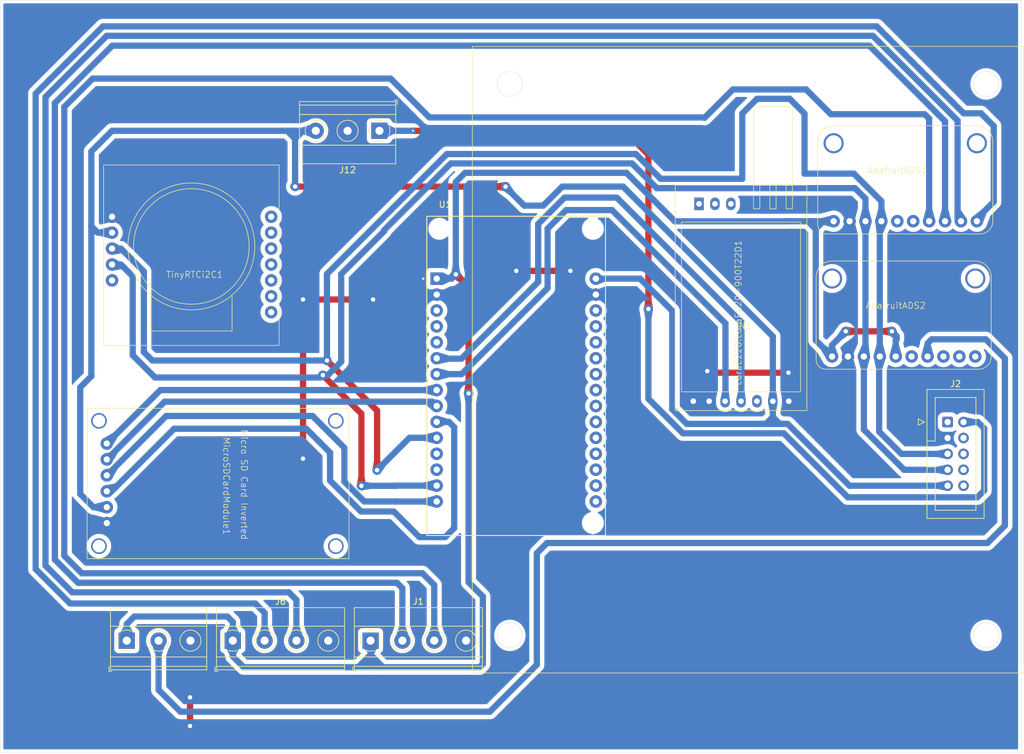
<source format=kicad_pcb>
(kicad_pcb (version 20241229) (generator "pcbnew") (generator_version "9.0")
  (layers (0 "F.Cu" signal) (2 "B.Cu" signal) (13 "F.Paste" user) (15 "B.Paste" user) (5 "F.SilkS" user "F.Silkscreen") (7 "B.SilkS" user "B.Silkscreen") (1 "F.Mask" user) (3 "B.Mask" user) (25 "Edge.Cuts" user))
  (net 0 "")
  (net 1 "Suspension 2")
  (net 2 "SCL")
  (net 3 "Suspension 4")
  (net 4 "Suspension 3")
  (net 5 "SDA")
  (net 6 "+3.3V")
  (net 7 "Suspension 1")
  (net 8 "Steering Angle")
  (net 9 "MISO")
  (net 10 "+5V")
  (net 11 "CS")
  (net 12 "SCk")
  (net 13 "MOSI")
  (net 28 "TXD")
  (net 29 "RXD")
  (net 34 "WheelSpeed 1")
  (net 35 "WheelSpeed 2")
  (net 36 "WheelSpeed 3")
  (net 37 "WheelSpeed 4")
  (net 38 "GND")
  (net 55 "+12")
  (footprint "imu_stackup:IMU_Stackup" (layer "F.Cu") (at 177.2738 81.4324)
    (property "Reference" "N1" (at 0 -0.5 0) (layer "F.SilkS") (effects (font (thickness 0.1))))
    (property "Value" "Housing")
    (fp_circle (center -37.581 -39.1288) (end -35.581 -39.1288) (stroke (width 0.05)) (fill no) (layer "Edge.Cuts"))
    (fp_circle (center -37.581 48.8822) (end -35.581 48.8822) (stroke (width 0.05)) (fill no) (layer "Edge.Cuts"))
    (fp_circle (center 38.4158 -39.1288) (end 40.4158 -39.1288) (stroke (width 0.05)) (fill no) (layer "Edge.Cuts"))
    (fp_circle (center 38.4158 48.8822) (end 40.0922 49.9744) (stroke (width 0.05)) (fill no) (layer "Edge.Cuts"))
  )
  (footprint "TerminalBlock_Phoenix:TerminalBlock_Phoenix_MKDS-1,5-4-5.08_1x04_P5.08mm_Horizontal" (layer "F.Cu") (at 95.47 131.15)
    (property "Reference" "J6" (at 7.62 -6.26 0) (layer "F.SilkS"))
    (property "Value" "Screw_Terminal_01x04")
    (pad "1" thru_hole rect (at 0 0) (size 2.6 2.6) (drill 1.3) (layers "*.Cu" "*.Mask") (net 6 "+3.3V"))
    (pad "2" thru_hole circle (at 5.08 0) (size 2.6 2.6) (drill 1.3) (layers "*.Cu" "*.Mask") (net 3 "Suspension 4"))
    (pad "3" thru_hole circle (at 10.16 0) (size 2.6 2.6) (drill 1.3) (layers "*.Cu" "*.Mask") (net 4 "Suspension 3"))
    (pad "4" thru_hole circle (at 15.24 0) (size 2.6 2.6) (drill 1.3) (layers "*.Cu" "*.Mask") (net 38 "GND"))
  )
  (footprint "Connector_IDC:IDC-Header_2x05_P2.54mm_Vertical" (layer "F.Cu") (at 209.55 96.266)
    (property "Reference" "J2" (at 1.27 -6.1 0) (layer "F.SilkS"))
    (property "Value" "Conn_02x05_Odd_Even")
    (pad "1" thru_hole roundrect (at 0 0) (size 1.7 1.7) (drill 1) (layers "*.Cu" "*.Mask") (roundrect_rratio 0.147059))
    (pad "2" thru_hole circle (at 2.54 0) (size 1.7 1.7) (drill 1) (layers "*.Cu" "*.Mask") (net 55 "+12"))
    (pad "3" thru_hole circle (at 0 2.54) (size 1.7 1.7) (drill 1) (layers "*.Cu" "*.Mask") (net 38 "GND"))
    (pad "4" thru_hole circle (at 2.54 2.54) (size 1.7 1.7) (drill 1) (layers "*.Cu" "*.Mask"))
    (pad "5" thru_hole circle (at 0 5.08) (size 1.7 1.7) (drill 1) (layers "*.Cu" "*.Mask") (net 5 "SDA"))
    (pad "6" thru_hole circle (at 2.54 5.08) (size 1.7 1.7) (drill 1) (layers "*.Cu" "*.Mask"))
    (pad "7" thru_hole circle (at 0 7.62) (size 1.7 1.7) (drill 1) (layers "*.Cu" "*.Mask") (net 2 "SCL"))
    (pad "8" thru_hole circle (at 2.54 7.62) (size 1.7 1.7) (drill 1) (layers "*.Cu" "*.Mask"))
    (pad "9" thru_hole circle (at 0 10.16) (size 1.7 1.7) (drill 1) (layers "*.Cu" "*.Mask") (net 10 "+5V"))
    (pad "10" thru_hole circle (at 2.54 10.16) (size 1.7 1.7) (drill 1) (layers "*.Cu" "*.Mask"))
  )
  (footprint "MicroSDCard Module:MicroSDCard Module Inverted" (layer "F.Cu") (at 72.114 94.07 180)
    (property "Reference" "MicroSDCardModule1" (at -22.35 -12.4 270) (layer "F.SilkS") (effects (font (thickness 0.1))))
    (property "Value" "MicroSDCardModule")
    (fp_text user "Micro SD Card Inverted" (at -24.6 -3.3 270) (layer "F.SilkS") (effects (font (thickness 0.1)) (justify left bottom)))
    (pad "1" thru_hole circle (at -3.25 -5.625 180) (size 2 2) (drill 1) (layers "*.Cu" "B.Mask") (net 11 "CS"))
    (pad "2" thru_hole circle (at -3.25 -8.165 180) (size 2 2) (drill 1) (layers "*.Cu" "B.Mask") (net 12 "SCk"))
    (pad "3" thru_hole circle (at -3.25 -10.705 180) (size 2 2) (drill 1) (layers "*.Cu" "B.Mask") (net 13 "MOSI"))
    (pad "4" thru_hole circle (at -3.25 -13.245 180) (size 2 2) (drill 1) (layers "*.Cu" "B.Mask") (net 9 "MISO"))
    (pad "5" thru_hole circle (at -3.25 -15.785 180) (size 2 2) (drill 1) (layers "*.Cu" "B.Mask") (net 10 "+5V"))
    (pad "6" thru_hole circle (at -3.25 -18.325 180) (size 2 2) (drill 1) (layers "*.Cu" "B.Mask") (net 38 "GND"))
    (pad "7" thru_hole circle (at -2 -22 180) (size 2.5 2.5) (drill 2) (layers "*.Cu" "*.Mask"))
    (pad "7" thru_hole circle (at -2 -2 180) (size 2.5 2.5) (drill 2) (layers "*.Cu" "*.Mask"))
    (pad "8" thru_hole circle (at -39.8 -22 180) (size 2.5 2.5) (drill 2) (layers "*.Cu" "*.Mask"))
    (pad "9" thru_hole circle (at -39.8 -2 180) (size 2.5 2.5) (drill 2) (layers "*.Cu" "*.Mask"))
  )
  (footprint "TerminalBlock_Phoenix:TerminalBlock_Phoenix_MKDS-1,5-3-5.08_1x03_P5.08mm_Horizontal" (layer "F.Cu") (at 78.55 131.15)
    (property "Reference" "J7" (hide yes))
    (property "Value" "Screw_Terminal_01x03")
    (pad "1" thru_hole rect (at 0 0) (size 2.6 2.6) (drill 1.3) (layers "*.Cu" "*.Mask") (net 6 "+3.3V"))
    (pad "2" thru_hole circle (at 5.08 0) (size 2.6 2.6) (drill 1.3) (layers "*.Cu" "*.Mask") (net 8 "Steering Angle"))
    (pad "3" thru_hole circle (at 10.16 0) (size 2.6 2.6) (drill 1.3) (layers "*.Cu" "*.Mask") (net 38 "GND"))
  )
  (footprint "Adafruit ADS1115:Adafruit ADS1115" (layer "F.Cu") (at 188.822 66.246)
    (property "Reference" "AdafruitADS1" (at 12.7 -10.16 0) (layer "F.SilkS") (effects (font (thickness 0.1))))
    (property "Value" "AdafruitADS1115")
    (pad "1" thru_hole circle (at 2.54 -2.032) (size 2 2) (drill 1) (layers "*.Cu" "B.Mask") (net 6 "+3.3V"))
    (pad "2" thru_hole circle (at 5.08 -2.032) (size 2 2) (drill 1) (layers "*.Cu" "B.Mask") (net 38 "GND"))
    (pad "3" thru_hole circle (at 7.62 -2.032) (size 2 2) (drill 1) (layers "*.Cu" "B.Mask") (net 2 "SCL"))
    (pad "4" thru_hole circle (at 10.16 -2.032) (size 2 2) (drill 1) (layers "*.Cu" "B.Mask") (net 5 "SDA"))
    (pad "5" thru_hole circle (at 12.7 -2.032) (size 2 2) (drill 1) (layers "*.Cu" "B.Mask"))
    (pad "6" thru_hole circle (at 15.24 -2.032) (size 2 2) (drill 1) (layers "*.Cu" "B.Mask"))
    (pad "7" thru_hole circle (at 17.78 -2.032) (size 2 2) (drill 1) (layers "*.Cu" "B.Mask") (net 7 "Suspension 1"))
    (pad "8" thru_hole circle (at 20.32 -2.032) (size 2 2) (drill 1) (layers "*.Cu" "B.Mask") (net 1 "Suspension 2"))
    (pad "9" thru_hole circle (at 22.86 -2.032) (size 2 2) (drill 1) (layers "*.Cu" "B.Mask") (net 4 "Suspension 3"))
    (pad "10" thru_hole circle (at 25.4 -2.032) (size 2 2) (drill 1) (layers "*.Cu" "B.Mask") (net 3 "Suspension 4"))
    (pad "11" thru_hole circle (at 2.54 -14.478) (size 3.2 3.2) (drill 2.54) (layers "*.Cu" "*.Mask"))
    (pad "12" thru_hole circle (at 25.4 -14.478) (size 3.2 3.2) (drill 2.54) (layers "*.Cu" "*.Mask"))
  )
  (footprint "TerminalBlock_Phoenix:TerminalBlock_Phoenix_MKDS-1,5-3-5.08_1x03_P5.08mm_Horizontal" (layer "F.Cu") (at 118.872 49.784 180)
    (property "Reference" "J12" (at 5.08 -6.26 0) (layer "F.SilkS"))
    (property "Value" "POWER")
    (pad "1" thru_hole rect (at 0 0 180) (size 2.6 2.6) (drill 1.3) (layers "*.Cu" "*.Mask") (net 55 "+12"))
    (pad "2" thru_hole circle (at 5.08 0 180) (size 2.6 2.6) (drill 1.3) (layers "*.Cu" "*.Mask") (net 38 "GND"))
    (pad "3" thru_hole circle (at 10.16 0 180) (size 2.6 2.6) (drill 1.3) (layers "*.Cu" "*.Mask") (net 10 "+5V"))
  )
  (footprint "ESP32-DEVKIT-V1:MODULE_ESP32_DEVKIT_V1" (layer "F.Cu") (at 140.71 88.9)
    (property "Reference" "U1" (at -11.355 -27.36 0) (layer "F.SilkS"))
    (property "Value" "ESP32-DEVKIT-V1")
    (pad "" np_thru_hole circle (at -12.28 -23.475) (size 3 3) (drill 3) (layers "*.Cu" "*.Mask"))
    (pad "" np_thru_hole circle (at -12.28 23.475) (size 3 3) (drill 3) (layers "*.Cu" "*.Mask"))
    (pad "" np_thru_hole circle (at 12.23 -23.475) (size 3 3) (drill 3) (layers "*.Cu" "*.Mask"))
    (pad "" np_thru_hole circle (at 12.23 23.475) (size 3 3) (drill 3) (layers "*.Cu" "*.Mask"))
    (pad "1" thru_hole rect (at -12.7 -15.515) (size 2 2) (drill 1.02) (layers "*.Cu" "*.Mask") (net 6 "+3.3V"))
    (pad "2" thru_hole circle (at -12.7 -12.975) (size 2 2) (drill 1.02) (layers "*.Cu" "*.Mask") (net 38 "GND"))
    (pad "3" thru_hole circle (at -12.7 -10.435) (size 2 2) (drill 1.02) (layers "*.Cu" "*.Mask"))
    (pad "4" thru_hole circle (at -12.7 -7.895) (size 2 2) (drill 1.02) (layers "*.Cu" "*.Mask"))
    (pad "5" thru_hole circle (at -12.7 -5.355) (size 2 2) (drill 1.02) (layers "*.Cu" "*.Mask"))
    (pad "6" thru_hole circle (at -12.7 -2.815) (size 2 2) (drill 1.02) (layers "*.Cu" "*.Mask") (net 28 "TXD"))
    (pad "7" thru_hole circle (at -12.7 -0.275) (size 2 2) (drill 1.02) (layers "*.Cu" "*.Mask") (net 29 "RXD"))
    (pad "8" thru_hole circle (at -12.7 2.265) (size 2 2) (drill 1.02) (layers "*.Cu" "*.Mask") (net 11 "CS"))
    (pad "9" thru_hole circle (at -12.7 4.805) (size 2 2) (drill 1.02) (layers "*.Cu" "*.Mask") (net 12 "SCk"))
    (pad "10" thru_hole circle (at -12.7 7.345) (size 2 2) (drill 1.02) (layers "*.Cu" "*.Mask") (net 9 "MISO"))
    (pad "11" thru_hole circle (at -12.7 9.885) (size 2 2) (drill 1.02) (layers "*.Cu" "*.Mask") (net 5 "SDA"))
    (pad "12" thru_hole circle (at -12.7 12.425) (size 2 2) (drill 1.02) (layers "*.Cu" "*.Mask"))
    (pad "13" thru_hole circle (at -12.7 14.965) (size 2 2) (drill 1.02) (layers "*.Cu" "*.Mask"))
    (pad "14" thru_hole circle (at -12.7 17.505) (size 2 2) (drill 1.02) (layers "*.Cu" "*.Mask") (net 2 "SCL"))
    (pad "15" thru_hole circle (at -12.7 20.045) (size 2 2) (drill 1.02) (layers "*.Cu" "*.Mask") (net 13 "MOSI"))
    (pad "16" thru_hole circle (at 12.7 20.045) (size 2 2) (drill 1.02) (layers "*.Cu" "*.Mask"))
    (pad "17" thru_hole circle (at 12.7 17.505) (size 2 2) (drill 1.02) (layers "*.Cu" "*.Mask"))
    (pad "18" thru_hole circle (at 12.7 14.965) (size 2 2) (drill 1.02) (layers "*.Cu" "*.Mask"))
    (pad "19" thru_hole circle (at 12.7 12.425) (size 2 2) (drill 1.02) (layers "*.Cu" "*.Mask"))
    (pad "20" thru_hole circle (at 12.7 9.885) (size 2 2) (drill 1.02) (layers "*.Cu" "*.Mask"))
    (pad "21" thru_hole circle (at 12.7 7.345) (size 2 2) (drill 1.02) (layers "*.Cu" "*.Mask"))
    (pad "22" thru_hole circle (at 12.7 4.805) (size 2 2) (drill 1.02) (layers "*.Cu" "*.Mask"))
    (pad "23" thru_hole circle (at 12.7 2.265) (size 2 2) (drill 1.02) (layers "*.Cu" "*.Mask") (net 37 "WheelSpeed 4"))
    (pad "24" thru_hole circle (at 12.7 -0.275) (size 2 2) (drill 1.02) (layers "*.Cu" "*.Mask") (net 36 "WheelSpeed 3"))
    (pad "25" thru_hole circle (at 12.7 -2.815) (size 2 2) (drill 1.02) (layers "*.Cu" "*.Mask") (net 35 "WheelSpeed 2"))
    (pad "26" thru_hole circle (at 12.7 -5.355) (size 2 2) (drill 1.02) (layers "*.Cu" "*.Mask") (net 34 "WheelSpeed 1"))
    (pad "27" thru_hole circle (at 12.7 -7.895) (size 2 2) (drill 1.02) (layers "*.Cu" "*.Mask"))
    (pad "28" thru_hole circle (at 12.7 -10.435) (size 2 2) (drill 1.02) (layers "*.Cu" "*.Mask"))
    (pad "29" thru_hole circle (at 12.7 -12.975) (size 2 2) (drill 1.02) (layers "*.Cu" "*.Mask") (net 38 "GND"))
    (pad "30" thru_hole circle (at 12.7 -15.515) (size 2 2) (drill 1.02) (layers "*.Cu" "*.Mask") (net 10 "+5V"))
  )
  (footprint "Tiny RTC i2C:Tiny RTC i2C" (layer "F.Cu") (at 86.36 78.74)
    (property "Reference" "TinyRTCi2C1" (at 3 -6 0) (layer "F.SilkS") (effects (font (thickness 0.1))))
    (property "Value" "~")
    (pad "1" thru_hole circle (at 15.24 0) (size 2 2) (drill 1) (layers "*.Cu" "*.Mask"))
    (pad "2" thru_hole circle (at 15.24 -2.54) (size 2 2) (drill 1) (layers "*.Cu" "*.Mask"))
    (pad "3" thru_hole circle (at 15.24 -5.08) (size 2 2) (drill 1) (layers "*.Cu" "*.Mask"))
    (pad "4" thru_hole circle (at 15.24 -7.62) (size 2 2) (drill 1) (layers "*.Cu" "*.Mask"))
    (pad "5" thru_hole circle (at 15.24 -10.16) (size 2 2) (drill 1) (layers "*.Cu" "*.Mask"))
    (pad "6" thru_hole circle (at 15.24 -12.7) (size 2 2) (drill 1) (layers "*.Cu" "*.Mask"))
    (pad "7" thru_hole circle (at 15.24 -15.24) (size 2 2) (drill 1) (layers "*.Cu" "*.Mask"))
    (pad "8" thru_hole circle (at -10.16 -15.24) (size 2 2) (drill 1) (layers "*.Cu" "*.Mask") (net 38 "GND"))
    (pad "9" thru_hole circle (at -10.16 -12.7) (size 2 2) (drill 1) (layers "*.Cu" "*.Mask") (net 10 "+5V"))
    (pad "10" thru_hole circle (at -10.16 -10.16) (size 2 2) (drill 1) (layers "*.Cu" "*.Mask") (net 5 "SDA"))
    (pad "11" thru_hole circle (at -10.16 -7.62) (size 2 2) (drill 1) (layers "*.Cu" "*.Mask") (net 2 "SCL"))
    (pad "12" thru_hole circle (at -10.16 -5.08) (size 2 2) (drill 1) (layers "*.Cu" "*.Mask"))
  )
  (footprint "TerminalBlock_Phoenix:TerminalBlock_Phoenix_MKDS-1,5-4-5.08_1x04_P5.08mm_Horizontal" (layer "F.Cu") (at 117.46 131.15)
    (property "Reference" "J1" (at 7.62 -6.26 0) (layer "F.SilkS"))
    (property "Value" "Screw_Terminal_01x04")
    (pad "1" thru_hole rect (at 0 0) (size 2.6 2.6) (drill 1.3) (layers "*.Cu" "*.Mask") (net 6 "+3.3V"))
    (pad "2" thru_hole circle (at 5.08 0) (size 2.6 2.6) (drill 1.3) (layers "*.Cu" "*.Mask") (net 1 "Suspension 2"))
    (pad "3" thru_hole circle (at 10.16 0) (size 2.6 2.6) (drill 1.3) (layers "*.Cu" "*.Mask") (net 7 "Suspension 1"))
    (pad "4" thru_hole circle (at 15.24 0) (size 2.6 2.6) (drill 1.3) (layers "*.Cu" "*.Mask") (net 38 "GND"))
  )
  (footprint "Lora E220:Lora E220-900T22D" (layer "F.Cu") (at 187.08 94.44 90)
    (property "Reference" "LoraE220:LoraE220-900T22D1" (at 15.6 -10.94 90) (layer "F.SilkS") (effects (font (thickness 0.1))))
    (property "Value" "~")
    (pad "1" thru_hole oval (at 1.5 -18.12 90) (size 2 1.5) (drill 0.9) (layers "*.Cu" "*.Mask") (net 38 "GND"))
    (pad "2" thru_hole oval (at 1.5 -15.58 90) (size 2 1.5) (drill 0.9) (layers "*.Cu" "*.Mask") (net 38 "GND"))
    (pad "3" thru_hole oval (at 1.5 -13.04 90) (size 2 1.5) (drill 0.9) (layers "*.Cu" "*.Mask") (net 29 "RXD"))
    (pad "4" thru_hole oval (at 1.5 -10.5 90) (size 2 1.5) (drill 0.9) (layers "*.Cu" "*.Mask") (net 28 "TXD"))
    (pad "5" thru_hole oval (at 1.5 -7.96 90) (size 2 1.5) (drill 0.9) (layers "*.Cu" "*.Mask"))
    (pad "6" thru_hole oval (at 1.5 -5.42 90) (size 2 1.5) (drill 0.9) (layers "*.Cu" "*.Mask") (net 10 "+5V"))
    (pad "7" thru_hole oval (at 1.5 -2.88 90) (size 2 1.5) (drill 0.9) (layers "*.Cu" "*.Mask") (net 38 "GND"))
    (pad "8" thru_hole oval (at 33 -12.12 90) (size 2 1.5) (drill 0.9) (layers "*.Cu" "*.Mask"))
    (pad "9" thru_hole oval (at 33 -14.66 90) (size 2 1.5) (drill 0.9) (layers "*.Cu" "*.Mask"))
    (pad "10" thru_hole rect (at 33 -17.2 90) (size 2 1.5) (drill 0.9) (layers "*.Cu" "*.Mask"))
  )
  (footprint "Adafruit ADS1115:Adafruit ADS1115" (layer "F.Cu") (at 188.568 87.836)
    (property "Reference" "AdafruitADS2" (at 12.7 -10.16 0) (layer "F.SilkS") (effects (font (thickness 0.1))))
    (property "Value" "AdafruitADS1115")
    (pad "1" thru_hole circle (at 2.54 -2.032) (size 2 2) (drill 1) (layers "*.Cu" "B.Mask") (net 6 "+3.3V"))
    (pad "2" thru_hole circle (at 5.08 -2.032) (size 2 2) (drill 1) (layers "*.Cu" "B.Mask") (net 38 "GND"))
    (pad "3" thru_hole circle (at 7.62 -2.032) (size 2 2) (drill 1) (layers "*.Cu" "B.Mask") (net 2 "SCL"))
    (pad "4" thru_hole circle (at 10.16 -2.032) (size 2 2) (drill 1) (layers "*.Cu" "B.Mask") (net 5 "SDA"))
    (pad "5" thru_hole circle (at 12.7 -2.032) (size 2 2) (drill 1) (layers "*.Cu" "B.Mask") (net 6 "+3.3V"))
    (pad "6" thru_hole circle (at 15.24 -2.032) (size 2 2) (drill 1) (layers "*.Cu" "B.Mask"))
    (pad "7" thru_hole circle (at 17.78 -2.032) (size 2 2) (drill 1) (layers "*.Cu" "B.Mask") (net 8 "Steering Angle"))
    (pad "8" thru_hole circle (at 20.32 -2.032) (size 2 2) (drill 1) (layers "*.Cu" "B.Mask"))
    (pad "9" thru_hole circle (at 22.86 -2.032) (size 2 2) (drill 1) (layers "*.Cu" "B.Mask"))
    (pad "10" thru_hole circle (at 25.4 -2.032) (size 2 2) (drill 1) (layers "*.Cu" "B.Mask"))
    (pad "11" thru_hole circle (at 2.54 -14.478) (size 3.2 3.2) (drill 2.54) (layers "*.Cu" "*.Mask"))
    (pad "12" thru_hole circle (at 25.4 -14.478) (size 3.2 3.2) (drill 2.54) (layers "*.Cu" "*.Mask"))
  )
  (gr_rect (start 58.344 28.934) (end 221.298 149) (stroke (width 0.05)) (fill no) (layer "Edge.Cuts"))
  (segment (start 67.123129 45.309551) (end 67.08 45.35268) (width 1) (layer "B.Cu") (net 1))
  (segment (start 67.08 118.22332) (end 70.77668 121.92) (width 1) (layer "B.Cu") (net 1))
  (segment (start 122.54 122.794) (end 122.54 131.15) (width 1) (layer "B.Cu") (net 1))
  (segment (start 197.06632 36.195) (end 76.23768 36.195) (width 1) (layer "B.Cu") (net 1))
  (segment (start 209.142 48.27068) (end 197.06632 36.195) (width 1) (layer "B.Cu") (net 1))
  (segment (start 209.142 64.214) (end 209.142 48.27068) (width 1) (layer "B.Cu") (net 1))
  (segment (start 76.23768 36.195) (end 67.08 45.35268) (width 1) (layer "B.Cu") (net 1))
  (segment (start 121.666 121.92) (end 122.54 122.794) (width 1) (layer "B.Cu") (net 1))
  (segment (start 67.08 45.35268) (end 67.08 118.22332) (width 1) (layer "B.Cu") (net 1))
  (segment (start 70.77668 121.92) (end 121.666 121.92) (width 1) (layer "B.Cu") (net 1))
  (segment (start 109.844 88.784) (end 116 94.94) (width 1) (layer "F.Cu") (net 2))
  (segment (start 116 94.94) (end 116 106.44) (width 1) (layer "F.Cu") (net 2))
  (via (at 116 106.44) (size 1.5) (drill 0.7) (layers "F.Cu" "B.Cu") (net 2))
  (via (at 109.844 88.784) (size 1.5) (drill 0.7) (layers "F.Cu" "B.Cu") (net 2))
  (segment (start 163.1308 58.94) (end 194.7776 58.94) (width 1) (layer "B.Cu") (net 2))
  (segment (start 196.442 64.214) (end 196.442 60.6044) (width 1) (layer "B.Cu") (net 2))
  (segment (start 159.1804 54.9896) (end 163.1308 58.94) (width 1) (layer "B.Cu") (net 2))
  (segment (start 110.630874 88.784) (end 109.844 88.784) (width 1) (layer "B.Cu") (net 2))
  (segment (start 119.634 65.62132) (end 130.26572 54.9896) (width 1) (layer "B.Cu") (net 2))
  (segment (start 77.614213 71.12) (end 79.502 73.007787) (width 1) (layer "B.Cu") (net 2))
  (segment (start 130.26572 54.9896) (end 159.1804 54.9896) (width 1) (layer "B.Cu") (net 2))
  (segment (start 116 106.44) (end 121.43 106.44) (width 1) (layer "B.Cu") (net 2))
  (segment (start 202.60268 103.886) (end 209.55 103.886) (width 1) (layer "B.Cu") (net 2))
  (segment (start 109.474 89.154) (end 109.844 88.784) (width 1) (layer "B.Cu") (net 2))
  (segment (start 79.502 85.598) (end 83.058 89.154) (width 1) (layer "B.Cu") (net 2))
  (segment (start 196.442 64.214) (end 196.442 85.55) (width 1) (layer "B.Cu") (net 2))
  (segment (start 79.502 73.007787) (end 79.502 85.598) (width 1) (layer "B.Cu") (net 2))
  (segment (start 119.634 65.62132) (end 119.634 65.786) (width 1) (layer "B.Cu") (net 2))
  (segment (start 196.442 85.55) (end 196.188 85.804) (width 1) (layer "B.Cu") (net 2))
  (segment (start 76.2 71.12) (end 77.614213 71.12) (width 1) (layer "B.Cu") (net 2))
  (segment (start 196.188 97.47132) (end 202.60268 103.886) (width 1) (layer "B.Cu") (net 2))
  (segment (start 83.058 89.154) (end 109.474 89.154) (width 1) (layer "B.Cu") (net 2))
  (segment (start 194.7776 58.94) (end 196.442 60.6044) (width 1) (layer "B.Cu") (net 2))
  (segment (start 121.43 106.44) (end 121.465 106.405) (width 1) (layer "B.Cu") (net 2))
  (segment (start 112.776 86.638874) (end 110.630874 88.784) (width 1) (layer "B.Cu") (net 2))
  (segment (start 121.465 106.405) (end 128.01 106.405) (width 1) (layer "B.Cu") (net 2))
  (segment (start 119.634 65.786) (end 112.776 72.644) (width 1) (layer "B.Cu") (net 2))
  (segment (start 112.776 72.644) (end 112.776 86.638874) (width 1) (layer "B.Cu") (net 2))
  (segment (start 196.188 85.804) (end 196.188 97.47132) (width 1) (layer "B.Cu") (net 2))
  (segment (start 214.884 46.99) (end 212.10396 46.99) (width 1) (layer "B.Cu") (net 3))
  (segment (start 214.222 63.81) (end 216.916 61.116) (width 1) (layer "B.Cu") (net 3))
  (segment (start 64.008 119.72332) (end 69.50668 125.222) (width 1) (layer "B.Cu") (net 3))
  (segment (start 216.916 61.116) (end 216.916 49.022) (width 1) (layer "B.Cu") (net 3))
  (segment (start 100.55 126.712) (end 100.55 131.15) (width 1) (layer "B.Cu") (net 3))
  (segment (start 198.23556 33.1216) (end 74.73908 33.1216) (width 1) (layer "B.Cu") (net 3))
  (segment (start 64.008 43.85268) (end 64.008 119.72332) (width 1) (layer "B.Cu") (net 3))
  (segment (start 69.50668 125.222) (end 99.06 125.222) (width 1) (layer "B.Cu") (net 3))
  (segment (start 99.06 125.222) (end 100.55 126.712) (width 1) (layer "B.Cu") (net 3))
  (segment (start 212.10396 46.99) (end 198.23556 33.1216) (width 1) (layer "B.Cu") (net 3))
  (segment (start 74.73908 33.1216) (end 64.008 43.85268) (width 1) (layer "B.Cu") (net 3))
  (segment (start 214.222 64.214) (end 214.222 63.81) (width 1) (layer "B.Cu") (net 3))
  (segment (start 216.916 49.022) (end 214.884 46.99) (width 1) (layer "B.Cu") (net 3))
  (segment (start 197.61424 34.6216) (end 211.142 48.14936) (width 1) (layer "B.Cu") (net 4))
  (segment (start 211.142 63.674) (end 211.682 64.214) (width 1) (layer "B.Cu") (net 4))
  (segment (start 69.85 123.444) (end 65.58 119.174) (width 1) (layer "B.Cu") (net 4))
  (segment (start 104.418 123.444) (end 69.85 123.444) (width 1) (layer "B.Cu") (net 4))
  (segment (start 211.142 48.14936) (end 211.142 63.674) (width 1) (layer "B.Cu") (net 4))
  (segment (start 65.58 119.174) (end 65.58 44.402) (width 1) (layer "B.Cu") (net 4))
  (segment (start 65.58 44.402) (end 75.3604 34.6216) (width 1) (layer "B.Cu") (net 4))
  (segment (start 75.3604 34.6216) (end 197.61424 34.6216) (width 1) (layer "B.Cu") (net 4))
  (segment (start 105.63 124.656) (end 104.418 123.444) (width 1) (layer "B.Cu") (net 4))
  (segment (start 105.63 131.15) (end 105.63 124.656) (width 1) (layer "B.Cu") (net 4))
  (segment (start 118.5 94.44) (end 118.5 103.94) (width 1) (layer "F.Cu") (net 5))
  (segment (start 110.5 86.44) (end 118.5 94.44) (width 1) (layer "F.Cu") (net 5))
  (via (at 110.5 86.44) (size 1.5) (drill 0.7) (layers "F.Cu" "B.Cu") (net 5))
  (via (at 118.5 103.94) (size 1.5) (drill 0.7) (layers "F.Cu" "B.Cu") (net 5))
  (segment (start 198.628 85.904) (end 198.628 97.79) (width 1) (layer "B.Cu") (net 5))
  (segment (start 110.5 72.634) (end 110.5 86.44) (width 1) (layer "B.Cu") (net 5))
  (segment (start 82.63 86.44) (end 110.5 86.44) (width 1) (layer "B.Cu") (net 5))
  (segment (start 186.7154 47.0408) (end 184.3546 44.68) (width 1) (layer "B.Cu") (net 5))
  (segment (start 176.784 57.44) (end 163.75212 57.44) (width 1) (layer "B.Cu") (net 5))
  (segment (start 118.5 103.94) (end 123.66 98.78) (width 1) (layer "B.Cu") (net 5))
  (segment (start 176.784 47.028892) (end 176.784 57.44) (width 1) (layer "B.Cu") (net 5))
  (segment (start 81.28 72.245787) (end 81.28 85.09) (width 1) (layer "B.Cu") (net 5))
  (segment (start 198.628 97.79) (end 202.184 101.346) (width 1) (layer "B.Cu") (net 5))
  (segment (start 129.6444 53.4896) (end 110.5 72.634) (width 1) (layer "B.Cu") (net 5))
  (segment (start 81.28 85.09) (end 82.63 86.44) (width 1) (layer "B.Cu") (net 5))
  (segment (start 202.184 101.346) (end 209.55 101.346) (width 1) (layer "B.Cu") (net 5))
  (segment (start 198.728 64.468) (end 198.982 64.214) (width 1) (layer "B.Cu") (net 5))
  (segment (start 198.728 85.804) (end 198.728 64.468) (width 1) (layer "B.Cu") (net 5))
  (segment (start 198.982 64.214) (end 198.982 61.02308) (width 1) (layer "B.Cu") (net 5))
  (segment (start 159.80172 53.4896) (end 129.6444 53.4896) (width 1) (layer "B.Cu") (net 5))
  (segment (start 163.75212 57.44) (end 159.80172 53.4896) (width 1) (layer "B.Cu") (net 5))
  (segment (start 186.7154 56.6166) (end 186.7154 47.0408) (width 1) (layer "B.Cu") (net 5))
  (segment (start 76.2 68.58) (end 77.614213 68.58) (width 1) (layer "B.Cu") (net 5))
  (segment (start 198.728 85.804) (end 198.628 85.904) (width 1) (layer "B.Cu") (net 5))
  (segment (start 184.3546 44.68) (end 179.132892 44.68) (width 1) (layer "B.Cu") (net 5))
  (segment (start 194.57552 56.6166) (end 186.7154 56.6166) (width 1) (layer "B.Cu") (net 5))
  (segment (start 179.132892 44.68) (end 176.784 47.028892) (width 1) (layer "B.Cu") (net 5))
  (segment (start 77.614213 68.58) (end 81.28 72.245787) (width 1) (layer "B.Cu") (net 5))
  (segment (start 128.005 98.78) (end 128.01 98.785) (width 1) (layer "B.Cu") (net 5))
  (segment (start 198.982 61.02308) (end 194.57552 56.6166) (width 1) (layer "B.Cu") (net 5))
  (segment (start 123.66 98.78) (end 128.005 98.78) (width 1) (layer "B.Cu") (net 5))
  (segment (start 193.294 81.788) (end 200.66 81.788) (width 1) (layer "F.Cu") (net 6))
  (segment (start 133.096 91.694) (end 133.096 74.728) (width 1) (layer "F.Cu") (net 6))
  (segment (start 133.096 74.728) (end 131.064 72.696) (width 1) (layer "F.Cu") (net 6))
  (via (at 131.064 72.696) (size 1.5) (drill 0.7) (layers "F.Cu" "B.Cu") (net 6))
  (via (at 200.66 81.788) (size 1.5) (drill 0.7) (layers "F.Cu" "B.Cu") (net 6))
  (via (at 133.096 91.694) (size 1.5) (drill 0.7) (layers "F.Cu" "B.Cu") (net 6))
  (via (at 193.294 81.788) (size 1.5) (drill 0.7) (layers "F.Cu" "B.Cu") (net 6))
  (segment (start 78.55 128.512) (end 79.756 127.306) (width 1) (layer "B.Cu") (net 6))
  (segment (start 191.362 64.214) (end 189.738 64.214) (width 1) (layer "B.Cu") (net 6))
  (segment (start 95.47 133.66) (end 97.21 135.4) (width 1) (layer "B.Cu") (net 6))
  (segment (start 119.126 135.4) (end 118.382 135.4) (width 1) (layer "B.Cu") (net 6))
  (segment (start 115.46 135.4) (end 116.332 135.4) (width 1) (layer "B.Cu") (net 6))
  (segment (start 117.475 134.493) (end 118.014 133.954) (width 1) (layer "B.Cu") (net 6))
  (segment (start 118.382 135.4) (end 117.475 134.493) (width 1) (layer "B.Cu") (net 6))
  (segment (start 116.568 135.4) (end 117.475 134.493) (width 1) (layer "B.Cu") (net 6))
  (segment (start 166.026931 64.224931) (end 183.635961 64.224931) (width 1) (layer "B.Cu") (net 6))
  (segment (start 188.508 65.444) (end 188.48427 65.444) (width 1) (layer "B.Cu") (net 6))
  (segment (start 188.508 65.444) (end 188.508 64.762) (width 1) (layer "B.Cu") (net 6))
  (segment (start 118.014 133.954) (end 117.46 133.4) (width 1) (layer "B.Cu") (net 6))
  (segment (start 191.108 83.974) (end 193.294 81.788) (width 1) (layer "B.Cu") (net 6))
  (segment (start 187.25427 64.214) (end 187.96 64.214) (width 1) (layer "B.Cu") (net 6))
  (segment (start 191.108 85.804) (end 191.108 83.974) (width 1) (layer "B.Cu") (net 6))
  (segment (start 134.856 135.4) (end 135.382 134.874) (width 1) (layer "B.Cu") (net 6))
  (segment (start 131.1656 72.5944) (end 131.064 72.696) (width 1) (layer "B.Cu") (net 6))
  (segment (start 188.48427 65.444) (end 187.25427 64.214) (width 1) (layer "B.Cu") (net 6))
  (segment (start 94.616 127.306) (end 95.47 128.16) (width 1) (layer "B.Cu") (net 6))
  (segment (start 201.268 83.212) (end 201.268 85.804) (width 1) (layer "B.Cu") (net 6))
  (segment (start 116.332 135.4) (end 116.568 135.4) (width 1) (layer "B.Cu") (net 6))
  (segment (start 158.2916 56.4896) (end 166.026931 64.224931) (width 1) (layer "B.Cu") (net 6))
  (segment (start 115.46 135.4) (end 117.46 133.4) (width 1) (layer "B.Cu") (net 6))
  (segment (start 131.064 57.9628) (end 132.5372 56.4896) (width 1) (layer "B.Cu") (net 6))
  (segment (start 97.21 135.4) (end 115.46 135.4) (width 1) (layer "B.Cu") (net 6))
  (segment (start 116.332 135.4) (end 119.126 135.4) (width 1) (layer "B.Cu") (net 6))
  (segment (start 119.126 135.4) (end 134.856 135.4) (width 1) (layer "B.Cu") (net 6))
  (segment (start 78.55 131.15) (end 78.55 128.512) (width 1) (layer "B.Cu") (net 6))
  (segment (start 183.635961 64.224931) (end 183.646892 64.214) (width 1) (layer "B.Cu") (net 6))
  (segment (start 119.126 135.4) (end 119.126 135.066) (width 1) (layer "B.Cu") (net 6))
  (segment (start 95.47 128.16) (end 95.47 131.15) (width 1) (layer "B.Cu") (net 6))
  (segment (start 130.375 73.385) (end 128.01 73.385) (width 1) (layer "B.Cu") (net 6))
  (segment (start 132.5372 56.4896) (end 158.2916 56.4896) (width 1) (layer "B.Cu") (net 6))
  (segment (start 95.47 131.15) (end 95.47 133.66) (width 1) (layer "B.Cu") (net 6))
  (segment (start 201.422 82.55) (end 201.422 83.058) (width 1) (layer "B.Cu") (net 6))
  (segment (start 201.422 83.058) (end 201.268 83.212) (width 1) (layer "B.Cu") (net 6))
  (segment (start 79.756 127.306) (end 94.616 127.306) (width 1) (layer "B.Cu") (net 6))
  (segment (start 187.96 64.214) (end 189.738 64.214) (width 1) (layer "B.Cu") (net 6))
  (segment (start 188.508 64.762) (end 187.96 64.214) (width 1) (layer "B.Cu") (net 6))
  (segment (start 188.508 83.204) (end 191.108 85.804) (width 1) (layer "B.Cu") (net 6))
  (segment (start 189.738 64.214) (end 188.508 65.444) (width 1) (layer "B.Cu") (net 6))
  (segment (start 188.508 65.444) (end 188.508 83.204) (width 1) (layer "B.Cu") (net 6))
  (segment (start 135.382 134.874) (end 135.382 124.117585) (width 1) (layer "B.Cu") (net 6))
  (segment (start 131.064 72.696) (end 130.375 73.385) (width 1) (layer "B.Cu") (net 6))
  (segment (start 200.66 81.788) (end 201.422 82.55) (width 1) (layer "B.Cu") (net 6))
  (segment (start 133.096 121.831585) (end 133.096 91.694) (width 1) (layer "B.Cu") (net 6))
  (segment (start 117.46 133.4) (end 117.46 131.15) (width 1) (layer "B.Cu") (net 6))
  (segment (start 131.064 72.696) (end 131.064 57.9628) (width 1) (layer "B.Cu") (net 6))
  (segment (start 135.382 124.117585) (end 133.096 121.831585) (width 1) (layer "B.Cu") (net 6))
  (segment (start 183.646892 64.214) (end 187.25427 64.214) (width 1) (layer "B.Cu") (net 6))
  (segment (start 119.126 135.066) (end 118.014 133.954) (width 1) (layer "B.Cu") (net 6))
  (segment (start 68.58 117.602) (end 68.58 45.974) (width 1) (layer "B.Cu") (net 7))
  (segment (start 125.73 120.396) (end 71.374 120.396) (width 1) (layer "B.Cu") (net 7))
  (segment (start 170.7134 47.6504) (end 170.7642 47.7012) (width 1) (layer "B.Cu") (net 7))
  (segment (start 175.2854 43.18) (end 186.9694 43.18) (width 1) (layer "B.Cu") (net 7))
  (segment (start 71.374 120.396) (end 68.58 117.602) (width 1) (layer "B.Cu") (net 7))
  (segment (start 68.58 45.974) (end 73.104 41.45) (width 1) (layer "B.Cu") (net 7))
  (segment (start 73.104 41.45) (end 120.6472 41.45) (width 1) (layer "B.Cu") (net 7))
  (segment (start 190.9318 47.1424) (end 205.8924 47.1424) (width 1) (layer "B.Cu") (net 7))
  (segment (start 127.62 131.15) (end 127.62 122.286) (width 1) (layer "B.Cu") (net 7))
  (segment (start 205.8924 47.1424) (end 206.602 47.852) (width 1) (layer "B.Cu") (net 7))
  (segment (start 127.62 122.286) (end 125.73 120.396) (width 1) (layer "B.Cu") (net 7))
  (segment (start 206.602 47.852) (end 206.602 64.214) (width 1) (layer "B.Cu") (net 7))
  (segment (start 120.6472 41.45) (end 126.8476 47.6504) (width 1) (layer "B.Cu") (net 7))
  (segment (start 186.9694 43.18) (end 190.9318 47.1424) (width 1) (layer "B.Cu") (net 7))
  (segment (start 170.7642 47.7012) (end 175.2854 43.18) (width 1) (layer "B.Cu") (net 7))
  (segment (start 126.8476 47.6504) (end 170.7134 47.6504) (width 1) (layer "B.Cu") (net 7))
  (segment (start 215.9 115.57) (end 218.694 112.776) (width 1) (layer "B.Cu") (net 8))
  (segment (start 83.63 139.002) (end 87.122 142.494) (width 1) (layer "B.Cu") (net 8))
  (segment (start 206.348 83.72) (end 206.348 85.804) (width 1) (layer "B.Cu") (net 8))
  (segment (start 83.63 131.15) (end 83.63 139.002) (width 1) (layer "B.Cu") (net 8))
  (segment (start 218.694 112.776) (end 218.694 86.106) (width 1) (layer "B.Cu") (net 8))
  (segment (start 143.9926 135.001) (end 143.9926 117.1956) (width 1) (layer "B.Cu") (net 8))
  (segment (start 136.4996 142.494) (end 143.9926 135.001) (width 1) (layer "B.Cu") (net 8))
  (segment (start 218.694 86.106) (end 215.646 83.058) (width 1) (layer "B.Cu") (net 8))
  (segment (start 145.6182 115.57) (end 215.9 115.57) (width 1) (layer "B.Cu") (net 8))
  (segment (start 215.646 83.058) (end 207.01 83.058) (width 1) (layer "B.Cu") (net 8))
  (segment (start 143.9926 117.1956) (end 145.6182 115.57) (width 1) (layer "B.Cu") (net 8))
  (segment (start 207.01 83.058) (end 206.348 83.72) (width 1) (layer "B.Cu") (net 8))
  (segment (start 87.122 142.494) (end 136.4996 142.494) (width 1) (layer "B.Cu") (net 8))
  (segment (start 86.106 97.334) (end 107.188 97.334) (width 1) (layer "B.Cu") (net 9))
  (segment (start 75.364 107.315) (end 76.125 107.315) (width 1) (layer "B.Cu") (net 9))
  (segment (start 125.241 114.625) (end 129.361981 114.625) (width 1) (layer "B.Cu") (net 9))
  (segment (start 115.93007 110.542) (end 121.158 110.542) (width 1) (layer "B.Cu") (net 9))
  (segment (start 110.998 105.60993) (end 115.93007 110.542) (width 1) (layer "B.Cu") (net 9))
  (segment (start 110.998 101.144) (end 110.998 105.60993) (width 1) (layer "B.Cu") (net 9))
  (segment (start 130.81 113.176981) (end 130.81 97.08) (width 1) (layer "B.Cu") (net 9))
  (segment (start 129.361981 114.625) (end 130.81 113.176981) (width 1) (layer "B.Cu") (net 9))
  (segment (start 129.975 96.245) (end 128.01 96.245) (width 1) (layer "B.Cu") (net 9))
  (segment (start 76.125 107.315) (end 86.106 97.334) (width 1) (layer "B.Cu") (net 9))
  (segment (start 107.188 97.334) (end 110.998 101.144) (width 1) (layer "B.Cu") (net 9))
  (segment (start 130.81 97.08) (end 129.975 96.245) (width 1) (layer "B.Cu") (net 9))
  (segment (start 121.158 110.542) (end 125.241 114.625) (width 1) (layer "B.Cu") (net 9))
  (segment (start 105.394 58.69) (end 105.41 58.674) (width 1) (layer "F.Cu") (net 10))
  (segment (start 105.14 58.69) (end 105.394 58.69) (width 1) (layer "F.Cu") (net 10))
  (segment (start 139 58.69) (end 105.14 58.69) (width 1) (layer "F.Cu") (net 10))
  (via (at 139 58.69) (size 1.5) (drill 0.7) (layers "F.Cu" "B.Cu") (net 10))
  (via (at 105.41 58.674) (size 1.5) (drill 0.7) (layers "F.Cu" "B.Cu") (net 10))
  (segment (start 181.66 82.6) (end 157.75 58.69) (width 1) (layer "B.Cu") (net 10))
  (segment (start 154.834019 73.375194) (end 160.451762 73.375194) (width 1) (layer "B.Cu") (net 10))
  (segment (start 181.66 84.69) (end 181.66 85.44) (width 1) (layer "B.Cu") (net 10))
  (segment (start 73.227 109.855) (end 71.12 107.748) (width 1) (layer "B.Cu") (net 10))
  (segment (start 184.028448 96.563128) (end 183.134 96.563128) (width 1) (layer "B.Cu") (net 10))
  (segment (start 181.66 82.6) (end 181.66 84.19) (width 1) (layer "B.Cu") (net 10))
  (segment (start 154.824213 73.385) (end 154.834019 73.375194) (width 1) (layer "B.Cu") (net 10))
  (segment (start 209.55 106.426) (end 193.89132 106.426) (width 1) (layer "B.Cu") (net 10))
  (segment (start 165.608 78.531432) (end 165.608 94.234) (width 1) (layer "B.Cu") (net 10))
  (segment (start 193.89132 106.426) (end 184.028448 96.563128) (width 1) (layer "B.Cu") (net 10))
  (segment (start 72.898 65.024) (end 73.914 66.04) (width 1) (layer "B.Cu") (net 10))
  (segment (start 104.14 49.784) (end 76.2 49.784) (width 1) (layer "B.Cu") (net 10))
  (segment (start 72.898 53.086) (end 72.898 65.024) (width 1) (layer "B.Cu") (net 10))
  (segment (start 182.769128 96.563128) (end 181.66 95.454) (width 1) (layer "B.Cu") (net 10))
  (segment (start 106.426 49.784) (end 105.41 49.784) (width 1) (layer "B.Cu") (net 10))
  (segment (start 145.01668 61.722) (end 148.04868 58.69) (width 1) (layer "B.Cu") (net 10))
  (segment (start 167.937128 96.563128) (end 180.086 96.563128) (width 1) (layer "B.Cu") (net 10))
  (segment (start 105.41 51.054) (end 105.41 49.784) (width 1) (layer "B.Cu") (net 10))
  (segment (start 75.364 109.855) (end 73.227 109.855) (width 1) (layer "B.Cu") (net 10))
  (segment (start 181.66 84.19) (end 181.66 84.69) (width 1) (layer "B.Cu") (net 10))
  (segment (start 181.66 85.44) (end 181.66 92.94) (width 1) (layer "B.Cu") (net 10))
  (segment (start 105.41 51.054) (end 106.426 50.038) (width 1) (layer "B.Cu") (net 10))
  (segment (start 71.12 107.748) (end 71.12 90.73) (width 1) (layer "B.Cu") (net 10))
  (segment (start 105.41 58.674) (end 105.41 51.054) (width 1) (layer "B.Cu") (net 10))
  (segment (start 148.04868 58.69) (end 150.876 58.69) (width 1) (layer "B.Cu") (net 10))
  (segment (start 180.550872 96.563128) (end 181.66 95.454) (width 1) (layer "B.Cu") (net 10))
  (segment (start 73.914 66.04) (end 76.2 66.04) (width 1) (layer "B.Cu") (net 10))
  (segment (start 139 58.69) (end 139 58.736) (width 1) (layer "B.Cu") (net 10))
  (segment (start 139 58.736) (end 141.986 61.722) (width 1) (layer "B.Cu") (net 10))
  (segment (start 181.66 95.454) (end 181.66 92.94) (width 1) (layer "B.Cu") (net 10))
  (segment (start 105.41 49.784) (end 104.14 49.784) (width 1) (layer "B.Cu") (net 10))
  (segment (start 160.451762 73.375194) (end 165.608 78.531432) (width 1) (layer "B.Cu") (net 10))
  (segment (start 72.898 65.024) (end 72.898 88.9) (width 1) (layer "B.Cu") (net 10))
  (segment (start 71.12 90.73) (end 72.924 88.926) (width 1) (layer "B.Cu") (net 10))
  (segment (start 72.898 88.9) (end 72.924 88.926) (width 1) (layer "B.Cu") (net 10))
  (segment (start 76.2 49.784) (end 72.898 53.086) (width 1) (layer "B.Cu") (net 10))
  (segment (start 183.134 96.563128) (end 182.769128 96.563128) (width 1) (layer "B.Cu") (net 10))
  (segment (start 106.426 50.038) (end 106.426 49.784) (width 1) (layer "B.Cu") (net 10))
  (segment (start 180.086 96.563128) (end 180.550872 96.563128) (width 1) (layer "B.Cu") (net 10))
  (segment (start 153.41 73.385) (end 154.824213 73.385) (width 1) (layer "B.Cu") (net 10))
  (segment (start 183.134 96.563128) (end 180.086 96.563128) (width 1) (layer "B.Cu") (net 10))
  (segment (start 165.608 94.234) (end 167.937128 96.563128) (width 1) (layer "B.Cu") (net 10))
  (segment (start 150.876 58.69) (end 157.734 58.69) (width 1) (layer "B.Cu") (net 10))
  (segment (start 108.712 49.784) (end 106.426 49.784) (width 1) (layer "B.Cu") (net 10))
  (segment (start 105.41 51.054) (end 104.14 49.784) (width 1) (layer "B.Cu") (net 10))
  (segment (start 157.734 58.69) (end 157.75 58.69) (width 1) (layer "B.Cu") (net 10))
  (segment (start 141.986 61.722) (end 145.01668 61.722) (width 1) (layer "B.Cu") (net 10))
  (segment (start 75.364 99.695) (end 83.894 91.165) (width 1) (layer "B.Cu") (net 11))
  (segment (start 83.894 91.165) (end 128.01 91.165) (width 1) (layer "B.Cu") (net 11))
  (segment (start 75.364 102.235) (end 84.582 93.017) (width 1) (layer "B.Cu") (net 12))
  (segment (start 84.582 93.017) (end 84.582 93.016) (width 1) (layer "B.Cu") (net 12))
  (segment (start 84.582 93.016) (end 127.321 93.016) (width 1) (layer "B.Cu") (net 12))
  (segment (start 127.321 93.016) (end 128.01 93.705) (width 1) (layer "B.Cu") (net 12))
  (segment (start 84.837 95.302) (end 108.204 95.302) (width 1) (layer "B.Cu") (net 13))
  (segment (start 121.505 108.945) (end 121.5 108.94) (width 1) (layer "B.Cu") (net 13))
  (segment (start 113.284 105.77461) (end 116.44939 108.94) (width 1) (layer "B.Cu") (net 13))
  (segment (start 113.284 100.382) (end 113.284 105.77461) (width 1) (layer "B.Cu") (net 13))
  (segment (start 116.44939 108.94) (end 121.5 108.94) (width 1) (layer "B.Cu") (net 13))
  (segment (start 108.204 95.302) (end 113.284 100.382) (width 1) (layer "B.Cu") (net 13))
  (segment (start 128.01 108.945) (end 121.505 108.945) (width 1) (layer "B.Cu") (net 13))
  (segment (start 75.364 104.775) (end 84.837 95.302) (width 1) (layer "B.Cu") (net 13))
  (segment (start 131.96 86.15) (end 144.21 73.9) (width 1) (layer "B.Cu") (net 28))
  (segment (start 156.75 60.44) (end 176.64 80.33) (width 1) (layer "B.Cu") (net 28))
  (segment (start 144.21 64.65) (end 148.42 60.44) (width 1) (layer "B.Cu") (net 28))
  (segment (start 144.21 73.9) (end 144.21 64.65) (width 1) (layer "B.Cu") (net 28))
  (segment (start 176.64 92.88) (end 176.58 92.94) (width 1) (layer "B.Cu") (net 28))
  (segment (start 148.42 60.44) (end 156.75 60.44) (width 1) (layer "B.Cu") (net 28))
  (segment (start 128.075 86.15) (end 131.96 86.15) (width 1) (layer "B.Cu") (net 28))
  (segment (start 128.01 86.085) (end 128.075 86.15) (width 1) (layer "B.Cu") (net 28))
  (segment (start 176.64 80.33) (end 176.64 92.88) (width 1) (layer "B.Cu") (net 28))
  (segment (start 131.985 88.625) (end 145.71 74.9) (width 1) (layer "B.Cu") (net 29))
  (segment (start 156 62.44) (end 174.1 80.54) (width 1) (layer "B.Cu") (net 29))
  (segment (start 174.1 92.88) (end 174.04 92.94) (width 1) (layer "B.Cu") (net 29))
  (segment (start 174.1 80.54) (end 174.1 92.88) (width 1) (layer "B.Cu") (net 29))
  (segment (start 145.71 65.4) (end 148.67 62.44) (width 1) (layer "B.Cu") (net 29))
  (segment (start 128.01 88.625) (end 131.985 88.625) (width 1) (layer "B.Cu") (net 29))
  (segment (start 148.67 62.44) (end 156 62.44) (width 1) (layer "B.Cu") (net 29))
  (segment (start 145.71 74.9) (end 145.71 65.4) (width 1) (layer "B.Cu") (net 29))
  (segment (start 106.68 76.708) (end 117.856 76.708) (width 1) (layer "F.Cu") (net 38))
  (segment (start 106.68 76.708) (end 106.68 102.108) (width 1) (layer "F.Cu") (net 38))
  (segment (start 184.15 88.392) (end 171.45 88.392) (width 1) (layer "F.Cu") (net 38))
  (segment (start 149.352 72.136) (end 140.716 72.136) (width 1) (layer "F.Cu") (net 38))
  (segment (start 171.45 88.392) (end 171.196 88.138) (width 1) (layer "F.Cu") (net 38))
  (segment (start 88.646 140.208) (end 88.646 144.78) (width 1) (layer "F.Cu") (net 38))
  (via (at 117.856 76.708) (size 1.5) (drill 0.7) (layers "F.Cu" "B.Cu") (net 38))
  (via (at 106.68 102.108) (size 1.5) (drill 0.7) (layers "F.Cu" "B.Cu") (net 38))
  (via (at 171.196 88.138) (size 1.5) (drill 0.7) (layers "F.Cu" "B.Cu") (net 38))
  (via (at 88.646 144.78) (size 1.5) (drill 0.7) (layers "F.Cu" "B.Cu") (net 38))
  (via (at 106.68 76.708) (size 1.5) (drill 0.7) (layers "F.Cu" "B.Cu") (net 38))
  (via (at 88.646 140.208) (size 1.5) (drill 0.7) (layers "F.Cu" "B.Cu") (net 38))
  (via (at 184.15 88.392) (size 1.5) (drill 0.7) (layers "F.Cu" "B.Cu") (net 38))
  (via (at 140.716 72.136) (size 1.5) (drill 0.7) (layers "F.Cu" "B.Cu") (net 38))
  (via (at 149.352 72.136) (size 1.5) (drill 0.7) (layers "F.Cu" "B.Cu") (net 38))
  (segment (start 169 92.9) (end 168.96 92.94) (width 1) (layer "B.Cu") (net 38))
  (segment (start 153.41 75.925) (end 151.995787 75.925) (width 1) (layer "B.Cu") (net 38))
  (segment (start 88.71 131.15) (end 88.71 140.144) (width 1) (layer "B.Cu") (net 38))
  (segment (start 184.2 92.94) (end 184.2 88.442) (width 1) (layer "B.Cu") (net 38))
  (segment (start 149.352 73.281213) (end 149.352 72.136) (width 1) (layer "B.Cu") (net 38))
  (segment (start 106.68 68.834) (end 113.792 61.722) (width 1) (layer "B.Cu") (net 38))
  (segment (start 117.856 76.708) (end 119.126 76.708) (width 1) (layer "B.Cu") (net 38))
  (segment (start 151.995787 75.925) (end 149.352 73.281213) (width 1) (layer "B.Cu") (net 38))
  (segment (start 88.71 140.144) (end 88.646 140.208) (width 1) (layer "B.Cu") (net 38))
  (segment (start 119.909 75.925) (end 128.01 75.925) (width 1) (layer "B.Cu") (net 38))
  (segment (start 184.2 88.442) (end 184.15 88.392) (width 1) (layer "B.Cu") (net 38))
  (segment (start 113.792 61.722) (end 113.792 49.784) (width 1) (layer "B.Cu") (net 38))
  (segment (start 106.68 76.708) (end 106.68 68.834) (width 1) (layer "B.Cu") (net 38))
  (segment (start 119.126 76.708) (end 119.909 75.925) (width 1) (layer "B.Cu") (net 38))
  (segment (start 161.798 76.708) (end 161.798 78.232) (width 1) (layer "F.Cu") (net 55))
  (segment (start 124.206 49.784) (end 157.988 49.784) (width 1) (layer "F.Cu") (net 55))
  (segment (start 161.798 53.594) (end 161.798 76.708) (width 1) (layer "F.Cu") (net 55))
  (segment (start 157.988 49.784) (end 161.798 53.594) (width 1) (layer "F.Cu") (net 55))
  (via (at 161.798 78.232) (size 1.5) (drill 0.7) (layers "F.Cu" "B.Cu") (net 55))
  (via (at 124.206 49.784) (size 0.6) (drill 0.3) (layers "F.Cu" "B.Cu") (net 55))
  (segment (start 183.407128 98.063128) (end 193.62 108.276) (width 1) (layer "B.Cu") (net 55))
  (segment (start 161.798 78.232) (end 161.798 92.54532) (width 1) (layer "B.Cu") (net 55))
  (segment (start 167.315808 98.063128) (end 183.407128 98.063128) (width 1) (layer "B.Cu") (net 55))
  (segment (start 215.392 107.188) (end 215.392 97.282) (width 1) (layer "B.Cu") (net 55))
  (segment (start 215.392 97.282) (end 214.376 96.266) (width 1) (layer "B.Cu") (net 55))
  (segment (start 214.304 108.276) (end 215.392 107.188) (width 1) (layer "B.Cu") (net 55))
  (segment (start 214.376 96.266) (end 212.09 96.266) (width 1) (layer "B.Cu") (net 55))
  (segment (start 161.798 92.54532) (end 167.315808 98.063128) (width 1) (layer "B.Cu") (net 55))
  (segment (start 193.62 108.276) (end 214.304 108.276) (width 1) (layer "B.Cu") (net 55))
  (segment (start 118.872 49.784) (end 124.206 49.784) (width 1) (layer "B.Cu") (net 55))
  (zone (net 38) (net_name "GND") (layer "B.Cu") (connect_pads yes (clearance 0.7)) (min_thickness 0.25) (fill yes (thermal_gap 0.3) (thermal_bridge_width 1))
    (polygon (pts (xy 221.552 29.188) (xy 221.298 149.254) (xy 58.344 149.254) (xy 58.598 29.188)))
  )
)
</source>
